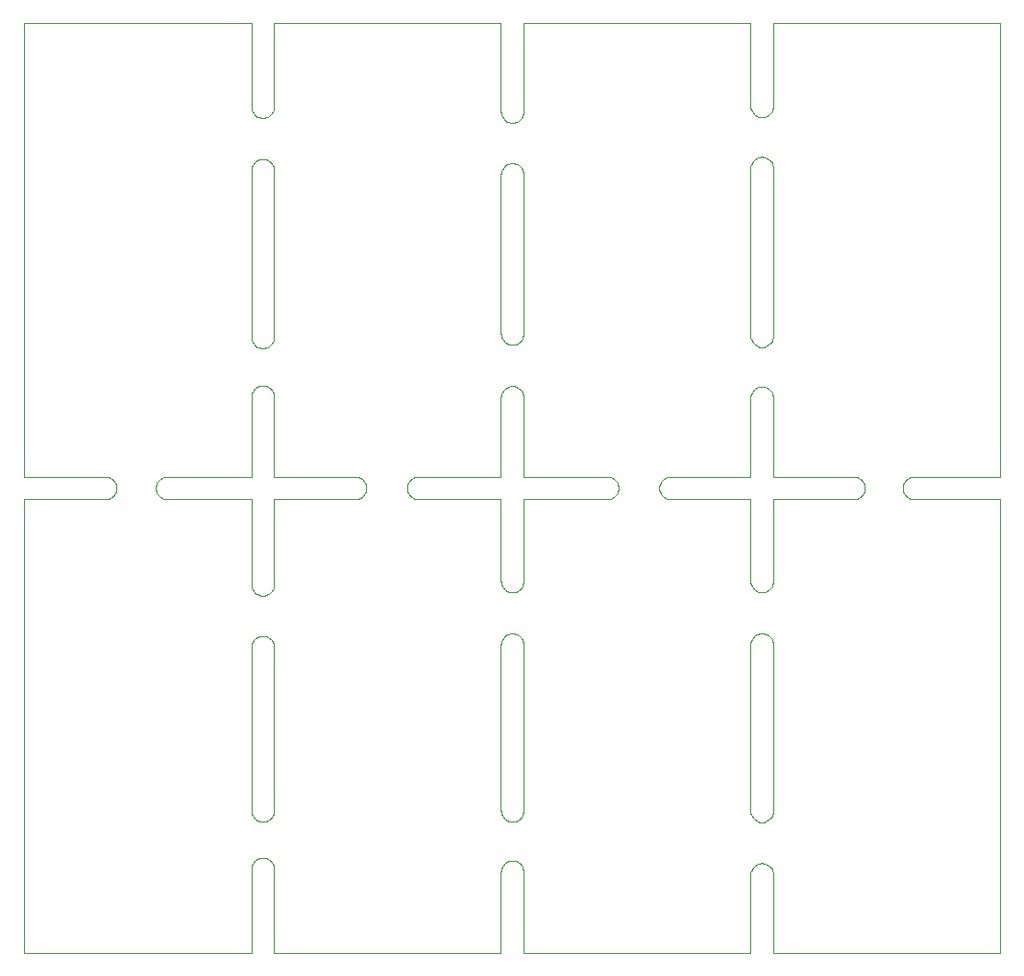
<source format=gko>
%MOIN*%
%OFA0B0*%
%FSLAX44Y44*%
%IPPOS*%
%LPD*%
%ADD10C,0*%
D10*
X00025196Y00021431D02*
X00025196Y00021431D01*
X00025196Y00027250D01*
X00025201Y00027312D01*
X00025216Y00027372D01*
X00025239Y00027429D01*
X00025272Y00027482D01*
X00025312Y00027529D01*
X00025359Y00027569D01*
X00025411Y00027601D01*
X00025468Y00027625D01*
X00025528Y00027639D01*
X00025590Y00027644D01*
X00025652Y00027639D01*
X00025712Y00027625D01*
X00025769Y00027601D01*
X00025821Y00027569D01*
X00025868Y00027529D01*
X00025909Y00027482D01*
X00025941Y00027429D01*
X00025964Y00027372D01*
X00025979Y00027312D01*
X00025984Y00027250D01*
X00025984Y00027193D01*
X00025984Y00021489D01*
X00025984Y00021431D01*
X00025979Y00021370D01*
X00025964Y00021310D01*
X00025941Y00021252D01*
X00025909Y00021200D01*
X00025868Y00021153D01*
X00025821Y00021113D01*
X00025769Y00021080D01*
X00025712Y00021057D01*
X00025652Y00021042D01*
X00025590Y00021038D01*
X00025528Y00021042D01*
X00025468Y00021057D01*
X00025411Y00021080D01*
X00025359Y00021113D01*
X00025312Y00021153D01*
X00025272Y00021200D01*
X00025239Y00021252D01*
X00025216Y00021310D01*
X00025201Y00021370D01*
X00025196Y00021431D01*
X00016535Y00032283D02*
X00016535Y00032283D01*
X00008661Y00032283D01*
X00008661Y00029397D01*
X00008661Y00029392D01*
X00008656Y00029330D01*
X00008642Y00029270D01*
X00008618Y00029213D01*
X00008586Y00029160D01*
X00008546Y00029113D01*
X00008499Y00029073D01*
X00008446Y00029041D01*
X00008389Y00029017D01*
X00008329Y00029003D01*
X00008267Y00028998D01*
X00008206Y00029003D01*
X00008146Y00029017D01*
X00008088Y00029041D01*
X00008036Y00029073D01*
X00007989Y00029113D01*
X00007949Y00029160D01*
X00007916Y00029213D01*
X00007893Y00029270D01*
X00007878Y00029330D01*
X00007874Y00029392D01*
X00007874Y00032283D01*
X00000000Y00032283D01*
X00000000Y00016535D01*
X00002796Y00016535D01*
X00002858Y00016530D01*
X00002918Y00016516D01*
X00002975Y00016492D01*
X00003028Y00016460D01*
X00003075Y00016420D01*
X00003115Y00016373D01*
X00003147Y00016320D01*
X00003171Y00016263D01*
X00003185Y00016203D01*
X00003190Y00016141D01*
X00003185Y00016080D01*
X00003171Y00016020D01*
X00003147Y00015962D01*
X00003115Y00015910D01*
X00003075Y00015863D01*
X00003028Y00015823D01*
X00002975Y00015790D01*
X00002918Y00015767D01*
X00002858Y00015752D01*
X00002796Y00015748D01*
X00002733Y00015748D01*
X00000000Y00015748D01*
X00000000Y00000000D01*
X00007874Y00000000D01*
X00007874Y00002760D01*
X00007874Y00002903D01*
X00007878Y00002964D01*
X00007893Y00003024D01*
X00007916Y00003081D01*
X00007949Y00003134D01*
X00007989Y00003181D01*
X00008036Y00003221D01*
X00008088Y00003253D01*
X00008146Y00003277D01*
X00008206Y00003292D01*
X00008267Y00003296D01*
X00008329Y00003292D01*
X00008389Y00003277D01*
X00008446Y00003253D01*
X00008499Y00003221D01*
X00008546Y00003181D01*
X00008586Y00003134D01*
X00008618Y00003081D01*
X00008642Y00003024D01*
X00008656Y00002964D01*
X00008661Y00002903D01*
X00008661Y00000000D01*
X00016535Y00000000D01*
X00016535Y00002728D01*
X00016535Y00002805D01*
X00016540Y00002867D01*
X00016554Y00002927D01*
X00016578Y00002984D01*
X00016610Y00003037D01*
X00016650Y00003084D01*
X00016697Y00003124D01*
X00016750Y00003156D01*
X00016807Y00003180D01*
X00016867Y00003194D01*
X00016929Y00003199D01*
X00016990Y00003194D01*
X00017050Y00003180D01*
X00017107Y00003156D01*
X00017160Y00003124D01*
X00017207Y00003084D01*
X00017247Y00003037D01*
X00017279Y00002984D01*
X00017303Y00002927D01*
X00017317Y00002867D01*
X00017322Y00002805D01*
X00017322Y00000000D01*
X00025196Y00000000D01*
X00025196Y00002702D01*
X00025196Y00002717D01*
X00025201Y00002779D01*
X00025216Y00002839D01*
X00025239Y00002896D01*
X00025272Y00002948D01*
X00025312Y00002995D01*
X00025359Y00003036D01*
X00025411Y00003068D01*
X00025468Y00003091D01*
X00025528Y00003106D01*
X00025590Y00003111D01*
X00025652Y00003106D01*
X00025712Y00003091D01*
X00025769Y00003068D01*
X00025821Y00003036D01*
X00025868Y00002995D01*
X00025909Y00002948D01*
X00025941Y00002896D01*
X00025964Y00002839D01*
X00025979Y00002779D01*
X00025984Y00002717D01*
X00025984Y00000000D01*
X00033858Y00000000D01*
X00033858Y00015748D01*
X00030969Y00015748D01*
X00030869Y00015748D01*
X00030807Y00015752D01*
X00030747Y00015767D01*
X00030690Y00015790D01*
X00030637Y00015823D01*
X00030590Y00015863D01*
X00030550Y00015910D01*
X00030518Y00015962D01*
X00030494Y00016020D01*
X00030480Y00016080D01*
X00030475Y00016141D01*
X00030480Y00016203D01*
X00030494Y00016263D01*
X00030518Y00016320D01*
X00030550Y00016373D01*
X00030590Y00016420D01*
X00030637Y00016460D01*
X00030690Y00016492D01*
X00030747Y00016516D01*
X00030807Y00016530D01*
X00030869Y00016535D01*
X00033858Y00016535D01*
X00033858Y00032283D01*
X00025984Y00032283D01*
X00025984Y00029471D01*
X00025984Y00029413D01*
X00025979Y00029352D01*
X00025964Y00029292D01*
X00025941Y00029235D01*
X00025909Y00029182D01*
X00025868Y00029135D01*
X00025821Y00029095D01*
X00025769Y00029062D01*
X00025712Y00029039D01*
X00025652Y00029024D01*
X00025590Y00029020D01*
X00025528Y00029024D01*
X00025468Y00029039D01*
X00025411Y00029062D01*
X00025359Y00029095D01*
X00025312Y00029135D01*
X00025272Y00029182D01*
X00025239Y00029235D01*
X00025216Y00029292D01*
X00025201Y00029352D01*
X00025196Y00029413D01*
X00025196Y00032283D01*
X00017322Y00032283D01*
X00017322Y00029255D01*
X00017322Y00029224D01*
X00017317Y00029162D01*
X00017303Y00029102D01*
X00017279Y00029045D01*
X00017247Y00028993D01*
X00017207Y00028946D01*
X00017160Y00028906D01*
X00017107Y00028873D01*
X00017050Y00028850D01*
X00016990Y00028835D01*
X00016929Y00028830D01*
X00016867Y00028835D01*
X00016807Y00028850D01*
X00016750Y00028873D01*
X00016697Y00028906D01*
X00016650Y00028946D01*
X00016610Y00028993D01*
X00016578Y00029045D01*
X00016554Y00029102D01*
X00016540Y00029162D01*
X00016535Y00029224D01*
X00016535Y00032283D01*
X00025196Y00012926D02*
X00025196Y00012926D01*
X00025196Y00015748D01*
X00022448Y00015748D01*
X00022421Y00015748D01*
X00022360Y00015752D01*
X00022299Y00015767D01*
X00022242Y00015790D01*
X00022190Y00015823D01*
X00022143Y00015863D01*
X00022103Y00015910D01*
X00022070Y00015962D01*
X00022047Y00016020D01*
X00022032Y00016080D01*
X00022027Y00016141D01*
X00022032Y00016203D01*
X00022047Y00016263D01*
X00022070Y00016320D01*
X00022103Y00016373D01*
X00022143Y00016420D01*
X00022190Y00016460D01*
X00022242Y00016492D01*
X00022299Y00016516D01*
X00022360Y00016530D01*
X00022421Y00016535D01*
X00025196Y00016535D01*
X00025196Y00019268D01*
X00025201Y00019330D01*
X00025216Y00019390D01*
X00025239Y00019447D01*
X00025272Y00019500D01*
X00025312Y00019547D01*
X00025359Y00019587D01*
X00025411Y00019619D01*
X00025468Y00019643D01*
X00025528Y00019657D01*
X00025590Y00019662D01*
X00025652Y00019657D01*
X00025712Y00019643D01*
X00025769Y00019619D01*
X00025821Y00019587D01*
X00025868Y00019547D01*
X00025909Y00019500D01*
X00025941Y00019447D01*
X00025964Y00019390D01*
X00025979Y00019330D01*
X00025984Y00019268D01*
X00025984Y00019211D01*
X00025984Y00016535D01*
X00028762Y00016535D01*
X00028824Y00016530D01*
X00028884Y00016516D01*
X00028941Y00016492D01*
X00028994Y00016460D01*
X00029041Y00016420D01*
X00029081Y00016373D01*
X00029113Y00016320D01*
X00029137Y00016263D01*
X00029151Y00016203D01*
X00029156Y00016141D01*
X00029151Y00016080D01*
X00029137Y00016020D01*
X00029113Y00015962D01*
X00029081Y00015910D01*
X00029041Y00015863D01*
X00028994Y00015823D01*
X00028941Y00015790D01*
X00028884Y00015767D01*
X00028824Y00015752D01*
X00028762Y00015748D01*
X00028662Y00015748D01*
X00025984Y00015748D01*
X00025984Y00012911D01*
X00025979Y00012849D01*
X00025964Y00012789D01*
X00025941Y00012732D01*
X00025909Y00012679D01*
X00025868Y00012632D01*
X00025821Y00012592D01*
X00025769Y00012560D01*
X00025712Y00012536D01*
X00025652Y00012522D01*
X00025590Y00012517D01*
X00025528Y00012522D01*
X00025468Y00012536D01*
X00025411Y00012560D01*
X00025359Y00012592D01*
X00025312Y00012632D01*
X00025272Y00012679D01*
X00025239Y00012732D01*
X00025216Y00012789D01*
X00025201Y00012849D01*
X00025196Y00012911D01*
X00025196Y00012926D01*
X00016535Y00012921D02*
X00016535Y00012921D01*
X00016535Y00015748D01*
X00013699Y00015748D01*
X00013672Y00015748D01*
X00013610Y00015752D01*
X00013550Y00015767D01*
X00013493Y00015790D01*
X00013440Y00015823D01*
X00013393Y00015863D01*
X00013353Y00015910D01*
X00013321Y00015962D01*
X00013297Y00016020D01*
X00013283Y00016080D01*
X00013278Y00016141D01*
X00013283Y00016203D01*
X00013297Y00016263D01*
X00013321Y00016320D01*
X00013353Y00016373D01*
X00013393Y00016420D01*
X00013440Y00016460D01*
X00013493Y00016492D01*
X00013550Y00016516D01*
X00013610Y00016530D01*
X00013672Y00016535D01*
X00016535Y00016535D01*
X00016535Y00019285D01*
X00016535Y00019290D01*
X00016540Y00019351D01*
X00016554Y00019412D01*
X00016578Y00019469D01*
X00016610Y00019521D01*
X00016650Y00019568D01*
X00016697Y00019608D01*
X00016750Y00019641D01*
X00016807Y00019664D01*
X00016867Y00019679D01*
X00016929Y00019684D01*
X00016990Y00019679D01*
X00017050Y00019664D01*
X00017107Y00019641D01*
X00017160Y00019608D01*
X00017207Y00019568D01*
X00017247Y00019521D01*
X00017279Y00019469D01*
X00017303Y00019412D01*
X00017317Y00019351D01*
X00017322Y00019290D01*
X00017322Y00016535D01*
X00020223Y00016535D01*
X00020284Y00016530D01*
X00020344Y00016516D01*
X00020401Y00016492D01*
X00020454Y00016460D01*
X00020501Y00016420D01*
X00020541Y00016373D01*
X00020573Y00016320D01*
X00020597Y00016263D01*
X00020612Y00016203D01*
X00020616Y00016141D01*
X00020612Y00016080D01*
X00020597Y00016020D01*
X00020573Y00015962D01*
X00020541Y00015910D01*
X00020501Y00015863D01*
X00020454Y00015823D01*
X00020401Y00015790D01*
X00020344Y00015767D01*
X00020284Y00015752D01*
X00020223Y00015748D01*
X00020195Y00015748D01*
X00017322Y00015748D01*
X00017322Y00012916D01*
X00017317Y00012854D01*
X00017303Y00012794D01*
X00017279Y00012737D01*
X00017247Y00012684D01*
X00017207Y00012637D01*
X00017160Y00012597D01*
X00017107Y00012565D01*
X00017050Y00012541D01*
X00016990Y00012527D01*
X00016929Y00012522D01*
X00016867Y00012527D01*
X00016807Y00012541D01*
X00016750Y00012565D01*
X00016697Y00012597D01*
X00016650Y00012637D01*
X00016610Y00012684D01*
X00016578Y00012737D01*
X00016554Y00012794D01*
X00016540Y00012854D01*
X00016535Y00012916D01*
X00016535Y00012921D01*
X00007874Y00012794D02*
X00007874Y00012794D01*
X00007874Y00015748D01*
X00005015Y00015748D01*
X00004952Y00015748D01*
X00004890Y00015752D01*
X00004830Y00015767D01*
X00004773Y00015790D01*
X00004720Y00015823D01*
X00004673Y00015863D01*
X00004633Y00015910D01*
X00004601Y00015962D01*
X00004577Y00016020D01*
X00004563Y00016080D01*
X00004558Y00016141D01*
X00004563Y00016203D01*
X00004577Y00016263D01*
X00004601Y00016320D01*
X00004633Y00016373D01*
X00004673Y00016420D01*
X00004720Y00016460D01*
X00004773Y00016492D01*
X00004830Y00016516D01*
X00004890Y00016530D01*
X00004952Y00016535D01*
X00007874Y00016535D01*
X00007874Y00019307D01*
X00007878Y00019368D01*
X00007893Y00019428D01*
X00007916Y00019485D01*
X00007949Y00019538D01*
X00007989Y00019585D01*
X00008036Y00019625D01*
X00008088Y00019658D01*
X00008146Y00019681D01*
X00008206Y00019696D01*
X00008267Y00019700D01*
X00008329Y00019696D01*
X00008389Y00019681D01*
X00008446Y00019658D01*
X00008499Y00019625D01*
X00008546Y00019585D01*
X00008586Y00019538D01*
X00008618Y00019485D01*
X00008642Y00019428D01*
X00008656Y00019368D01*
X00008661Y00019307D01*
X00008661Y00019192D01*
X00008661Y00016535D01*
X00011473Y00016535D01*
X00011535Y00016530D01*
X00011595Y00016516D01*
X00011652Y00016492D01*
X00011705Y00016460D01*
X00011751Y00016420D01*
X00011792Y00016373D01*
X00011824Y00016320D01*
X00011848Y00016263D01*
X00011862Y00016203D01*
X00011867Y00016141D01*
X00011862Y00016080D01*
X00011848Y00016020D01*
X00011824Y00015962D01*
X00011792Y00015910D01*
X00011751Y00015863D01*
X00011705Y00015823D01*
X00011652Y00015790D01*
X00011595Y00015767D01*
X00011535Y00015752D01*
X00011473Y00015748D01*
X00011446Y00015748D01*
X00008661Y00015748D01*
X00008661Y00012835D01*
X00008661Y00012794D01*
X00008656Y00012732D01*
X00008642Y00012672D01*
X00008618Y00012615D01*
X00008586Y00012562D01*
X00008546Y00012515D01*
X00008499Y00012475D01*
X00008446Y00012443D01*
X00008389Y00012419D01*
X00008329Y00012405D01*
X00008267Y00012400D01*
X00008206Y00012405D01*
X00008146Y00012419D01*
X00008088Y00012443D01*
X00008036Y00012475D01*
X00007989Y00012515D01*
X00007949Y00012562D01*
X00007916Y00012615D01*
X00007893Y00012672D01*
X00007878Y00012732D01*
X00007874Y00012794D01*
X00008661Y00021508D02*
X00008661Y00021508D01*
X00008661Y00021393D01*
X00008656Y00021331D01*
X00008642Y00021271D01*
X00008618Y00021214D01*
X00008586Y00021161D01*
X00008546Y00021114D01*
X00008499Y00021074D01*
X00008446Y00021042D01*
X00008389Y00021018D01*
X00008329Y00021004D01*
X00008267Y00020999D01*
X00008206Y00021004D01*
X00008146Y00021018D01*
X00008088Y00021042D01*
X00008036Y00021074D01*
X00007989Y00021114D01*
X00007949Y00021161D01*
X00007916Y00021214D01*
X00007893Y00021271D01*
X00007878Y00021331D01*
X00007874Y00021393D01*
X00007874Y00027170D01*
X00007878Y00027231D01*
X00007893Y00027291D01*
X00007916Y00027348D01*
X00007949Y00027401D01*
X00007989Y00027448D01*
X00008036Y00027488D01*
X00008088Y00027520D01*
X00008146Y00027544D01*
X00008206Y00027558D01*
X00008267Y00027563D01*
X00008329Y00027558D01*
X00008389Y00027544D01*
X00008446Y00027520D01*
X00008499Y00027488D01*
X00008546Y00027448D01*
X00008586Y00027401D01*
X00008618Y00027348D01*
X00008642Y00027291D01*
X00008656Y00027231D01*
X00008661Y00027170D01*
X00008661Y00027165D01*
X00008661Y00021508D01*
X00017322Y00021512D02*
X00017322Y00021512D01*
X00017317Y00021450D01*
X00017303Y00021390D01*
X00017279Y00021333D01*
X00017247Y00021280D01*
X00017207Y00021234D01*
X00017160Y00021193D01*
X00017107Y00021161D01*
X00017050Y00021137D01*
X00016990Y00021123D01*
X00016929Y00021118D01*
X00016867Y00021123D01*
X00016807Y00021137D01*
X00016750Y00021161D01*
X00016697Y00021193D01*
X00016650Y00021234D01*
X00016610Y00021280D01*
X00016578Y00021333D01*
X00016554Y00021390D01*
X00016540Y00021450D01*
X00016535Y00021512D01*
X00016535Y00021517D01*
X00016535Y00027030D01*
X00016540Y00027092D01*
X00016554Y00027152D01*
X00016578Y00027209D01*
X00016610Y00027262D01*
X00016650Y00027308D01*
X00016697Y00027349D01*
X00016750Y00027381D01*
X00016807Y00027405D01*
X00016867Y00027419D01*
X00016929Y00027424D01*
X00016990Y00027419D01*
X00017050Y00027405D01*
X00017107Y00027381D01*
X00017160Y00027349D01*
X00017207Y00027308D01*
X00017247Y00027262D01*
X00017279Y00027209D01*
X00017303Y00027152D01*
X00017317Y00027092D01*
X00017322Y00027030D01*
X00017322Y00026999D01*
X00017322Y00021512D01*
X00025984Y00004929D02*
X00025984Y00004929D01*
X00025979Y00004867D01*
X00025964Y00004807D01*
X00025941Y00004750D01*
X00025909Y00004697D01*
X00025868Y00004650D01*
X00025821Y00004610D01*
X00025769Y00004578D01*
X00025712Y00004554D01*
X00025652Y00004540D01*
X00025590Y00004535D01*
X00025528Y00004540D01*
X00025468Y00004554D01*
X00025411Y00004578D01*
X00025359Y00004610D01*
X00025312Y00004650D01*
X00025272Y00004697D01*
X00025239Y00004750D01*
X00025216Y00004807D01*
X00025201Y00004867D01*
X00025196Y00004929D01*
X00025196Y00004944D01*
X00025196Y00010684D01*
X00025196Y00010699D01*
X00025201Y00010761D01*
X00025216Y00010821D01*
X00025239Y00010878D01*
X00025272Y00010930D01*
X00025312Y00010977D01*
X00025359Y00011018D01*
X00025411Y00011050D01*
X00025468Y00011073D01*
X00025528Y00011088D01*
X00025590Y00011093D01*
X00025652Y00011088D01*
X00025712Y00011073D01*
X00025769Y00011050D01*
X00025821Y00011018D01*
X00025868Y00010977D01*
X00025909Y00010930D01*
X00025941Y00010878D01*
X00025964Y00010821D01*
X00025979Y00010761D01*
X00025984Y00010699D01*
X00025984Y00004929D01*
X00017322Y00004943D02*
X00017322Y00004943D01*
X00017317Y00004881D01*
X00017303Y00004821D01*
X00017279Y00004764D01*
X00017247Y00004711D01*
X00017207Y00004664D01*
X00017160Y00004624D01*
X00017107Y00004592D01*
X00017050Y00004568D01*
X00016990Y00004554D01*
X00016929Y00004549D01*
X00016867Y00004554D01*
X00016807Y00004568D01*
X00016750Y00004592D01*
X00016697Y00004624D01*
X00016650Y00004664D01*
X00016610Y00004711D01*
X00016578Y00004764D01*
X00016554Y00004821D01*
X00016540Y00004881D01*
X00016535Y00004943D01*
X00016535Y00005020D01*
X00016535Y00010689D01*
X00016535Y00010694D01*
X00016540Y00010755D01*
X00016554Y00010815D01*
X00016578Y00010873D01*
X00016610Y00010925D01*
X00016650Y00010972D01*
X00016697Y00011012D01*
X00016750Y00011045D01*
X00016807Y00011068D01*
X00016867Y00011083D01*
X00016929Y00011088D01*
X00016990Y00011083D01*
X00017050Y00011068D01*
X00017107Y00011045D01*
X00017160Y00011012D01*
X00017207Y00010972D01*
X00017247Y00010925D01*
X00017279Y00010873D01*
X00017303Y00010815D01*
X00017317Y00010755D01*
X00017322Y00010694D01*
X00017322Y00004943D01*
X00008661Y00004948D02*
X00008661Y00004948D01*
X00008656Y00004886D01*
X00008642Y00004826D01*
X00008618Y00004769D01*
X00008586Y00004716D01*
X00008546Y00004669D01*
X00008499Y00004629D01*
X00008446Y00004597D01*
X00008389Y00004573D01*
X00008329Y00004559D01*
X00008267Y00004554D01*
X00008206Y00004559D01*
X00008146Y00004573D01*
X00008088Y00004597D01*
X00008036Y00004629D01*
X00007989Y00004669D01*
X00007949Y00004716D01*
X00007916Y00004769D01*
X00007893Y00004826D01*
X00007878Y00004886D01*
X00007874Y00004948D01*
X00007874Y00005090D01*
X00007874Y00010611D01*
X00007878Y00010673D01*
X00007893Y00010733D01*
X00007916Y00010790D01*
X00007949Y00010843D01*
X00007989Y00010890D01*
X00008036Y00010930D01*
X00008088Y00010962D01*
X00008146Y00010986D01*
X00008206Y00011000D01*
X00008267Y00011005D01*
X00008329Y00011000D01*
X00008389Y00010986D01*
X00008446Y00010962D01*
X00008499Y00010930D01*
X00008546Y00010890D01*
X00008586Y00010843D01*
X00008618Y00010790D01*
X00008642Y00010733D01*
X00008656Y00010673D01*
X00008661Y00010611D01*
X00008661Y00010570D01*
X00008661Y00004948D01*
M02*
</source>
